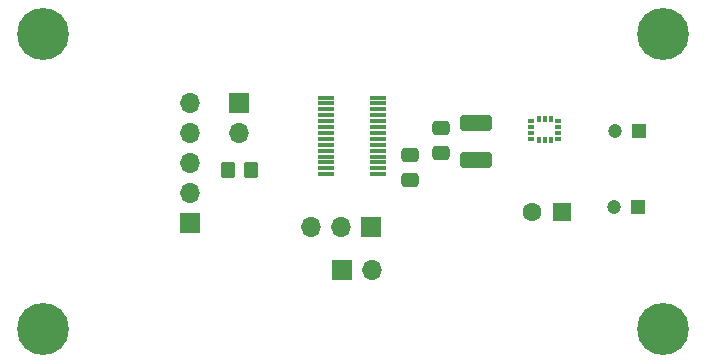
<source format=gbr>
%TF.GenerationSoftware,KiCad,Pcbnew,8.0.5*%
%TF.CreationDate,2025-04-25T02:38:47-05:00*%
%TF.ProjectId,327_project_pcb,3332375f-7072-46f6-9a65-63745f706362,rev?*%
%TF.SameCoordinates,Original*%
%TF.FileFunction,Soldermask,Top*%
%TF.FilePolarity,Negative*%
%FSLAX46Y46*%
G04 Gerber Fmt 4.6, Leading zero omitted, Abs format (unit mm)*
G04 Created by KiCad (PCBNEW 8.0.5) date 2025-04-25 02:38:47*
%MOMM*%
%LPD*%
G01*
G04 APERTURE LIST*
G04 Aperture macros list*
%AMRoundRect*
0 Rectangle with rounded corners*
0 $1 Rounding radius*
0 $2 $3 $4 $5 $6 $7 $8 $9 X,Y pos of 4 corners*
0 Add a 4 corners polygon primitive as box body*
4,1,4,$2,$3,$4,$5,$6,$7,$8,$9,$2,$3,0*
0 Add four circle primitives for the rounded corners*
1,1,$1+$1,$2,$3*
1,1,$1+$1,$4,$5*
1,1,$1+$1,$6,$7*
1,1,$1+$1,$8,$9*
0 Add four rect primitives between the rounded corners*
20,1,$1+$1,$2,$3,$4,$5,0*
20,1,$1+$1,$4,$5,$6,$7,0*
20,1,$1+$1,$6,$7,$8,$9,0*
20,1,$1+$1,$8,$9,$2,$3,0*%
G04 Aperture macros list end*
%ADD10C,4.400000*%
%ADD11RoundRect,0.250000X0.350000X0.450000X-0.350000X0.450000X-0.350000X-0.450000X0.350000X-0.450000X0*%
%ADD12R,1.700000X1.700000*%
%ADD13O,1.700000X1.700000*%
%ADD14R,1.425000X0.300000*%
%ADD15R,1.200000X1.200000*%
%ADD16C,1.200000*%
%ADD17R,1.600000X1.600000*%
%ADD18C,1.600000*%
%ADD19RoundRect,0.250000X0.475000X-0.337500X0.475000X0.337500X-0.475000X0.337500X-0.475000X-0.337500X0*%
%ADD20RoundRect,0.250000X1.100000X-0.412500X1.100000X0.412500X-1.100000X0.412500X-1.100000X-0.412500X0*%
%ADD21R,0.600000X0.300000*%
%ADD22R,0.300000X0.600000*%
G04 APERTURE END LIST*
D10*
%TO.C,REF\u002A\u002A*%
X165000000Y-115000000D03*
%TD*%
%TO.C,REF\u002A\u002A*%
X165000000Y-90000000D03*
%TD*%
%TO.C,REF\u002A\u002A*%
X217500000Y-90000000D03*
%TD*%
%TO.C,REF\u002A\u002A*%
X217500000Y-115000000D03*
%TD*%
D11*
%TO.C,R1*%
X182650000Y-101500000D03*
X180650000Y-101500000D03*
%TD*%
D12*
%TO.C,J4*%
X192825000Y-106350000D03*
D13*
X190285000Y-106350000D03*
X187745000Y-106350000D03*
%TD*%
D12*
%TO.C,J3*%
X190350000Y-110000000D03*
D13*
X192890000Y-110000000D03*
%TD*%
D12*
%TO.C,J2*%
X177425000Y-106025000D03*
D13*
X177425000Y-103485000D03*
X177425000Y-100945000D03*
X177425000Y-98405000D03*
X177425000Y-95865000D03*
%TD*%
D12*
%TO.C,J1*%
X181650000Y-95850000D03*
D13*
X181650000Y-98390000D03*
%TD*%
D14*
%TO.C,IC1*%
X193362000Y-101875000D03*
X193362000Y-101375000D03*
X193362000Y-100875000D03*
X193362000Y-100375000D03*
X193362000Y-99875000D03*
X193362000Y-99375000D03*
X193362000Y-98875000D03*
X193362000Y-98375000D03*
X193362000Y-97875000D03*
X193362000Y-97375000D03*
X193362000Y-96875000D03*
X193362000Y-96375000D03*
X193362000Y-95875000D03*
X193362000Y-95375000D03*
X188938000Y-95375000D03*
X188938000Y-95875000D03*
X188938000Y-96375000D03*
X188938000Y-96875000D03*
X188938000Y-97375000D03*
X188938000Y-97875000D03*
X188938000Y-98375000D03*
X188938000Y-98875000D03*
X188938000Y-99375000D03*
X188938000Y-99875000D03*
X188938000Y-100375000D03*
X188938000Y-100875000D03*
X188938000Y-101375000D03*
X188938000Y-101875000D03*
%TD*%
D15*
%TO.C,C6*%
X215400000Y-104650000D03*
D16*
X213400000Y-104650000D03*
%TD*%
D15*
%TO.C,C5*%
X215450000Y-98250000D03*
D16*
X213450000Y-98250000D03*
%TD*%
D17*
%TO.C,C4*%
X208955113Y-105050000D03*
D18*
X206455113Y-105050000D03*
%TD*%
D19*
%TO.C,C3*%
X198750000Y-100050000D03*
X198750000Y-97975000D03*
%TD*%
D20*
%TO.C,C2*%
X201650000Y-100650000D03*
X201650000Y-97525000D03*
%TD*%
D19*
%TO.C,C1*%
X196100000Y-102325000D03*
X196100000Y-100250000D03*
%TD*%
D21*
%TO.C,AC1*%
X206350000Y-97350000D03*
X206350000Y-97850000D03*
X206350000Y-98350000D03*
X206350000Y-98850000D03*
D22*
X207000000Y-99000000D03*
X207500000Y-99000000D03*
X208000000Y-99000000D03*
D21*
X208650000Y-98850000D03*
X208650000Y-98350000D03*
X208650000Y-97850000D03*
X208650000Y-97350000D03*
D22*
X208000000Y-97200000D03*
X207500000Y-97200000D03*
X207000000Y-97200000D03*
%TD*%
M02*

</source>
